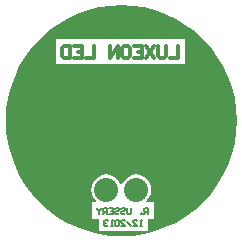
<source format=gbl>
%FSLAX25Y25*%
%MOIN*%
G70*
G01*
G75*
G04 Layer_Physical_Order=2*
G04 Layer_Color=16711680*
%ADD10R,0.04724X0.02638*%
%ADD11R,0.01969X0.01969*%
%ADD12C,0.02362*%
%ADD13C,0.02500*%
%ADD14C,0.00787*%
%ADD15C,0.08000*%
%ADD16C,0.18000*%
%ADD17C,0.01969*%
%ADD18C,0.02953*%
%ADD19C,0.00800*%
%ADD20C,0.01200*%
G36*
X31773Y38276D02*
X35510Y37721D01*
X39175Y36803D01*
X42732Y35531D01*
X46147Y33915D01*
X49387Y31973D01*
X52422Y29723D01*
X55221Y27186D01*
X57758Y24386D01*
X60009Y21352D01*
X61951Y18112D01*
X63566Y14696D01*
X64839Y11140D01*
X65757Y7475D01*
X66311Y3738D01*
X66496Y-35D01*
X66311Y-3809D01*
X65757Y-7546D01*
X64839Y-11210D01*
X63566Y-14767D01*
X61951Y-18182D01*
X60009Y-21423D01*
X57758Y-24457D01*
X55221Y-27257D01*
X52422Y-29794D01*
X49387Y-32044D01*
X46147Y-33986D01*
X42732Y-35601D01*
X39175Y-36874D01*
X35510Y-37792D01*
X31773Y-38346D01*
X28000Y-38532D01*
X24227Y-38346D01*
X20490Y-37792D01*
X16825Y-36874D01*
X13268Y-35601D01*
X9853Y-33986D01*
X6613Y-32044D01*
X3578Y-29794D01*
X779Y-27257D01*
X-1758Y-24457D01*
X-4009Y-21423D01*
X-5951Y-18182D01*
X-7566Y-14767D01*
X-8839Y-11210D01*
X-9757Y-7546D01*
X-10311Y-3809D01*
X-10496Y-35D01*
X-10311Y3738D01*
X-9757Y7475D01*
X-8839Y11140D01*
X-7566Y14696D01*
X-5951Y18112D01*
X-4009Y21352D01*
X-1758Y24386D01*
X779Y27186D01*
X3578Y29723D01*
X6613Y31973D01*
X9853Y33915D01*
X13268Y35531D01*
X16825Y36803D01*
X20490Y37721D01*
X24227Y38276D01*
X28000Y38461D01*
X31773Y38276D01*
D02*
G37*
%LPC*%
G36*
X33000Y-17957D02*
X31695Y-18129D01*
X30478Y-18632D01*
X29434Y-19434D01*
X28633Y-20478D01*
X28250Y-21402D01*
X27750D01*
X27367Y-20478D01*
X26566Y-19434D01*
X25522Y-18632D01*
X24305Y-18129D01*
X23000Y-17957D01*
X21695Y-18129D01*
X20478Y-18632D01*
X19434Y-19434D01*
X18632Y-20478D01*
X18129Y-21695D01*
X17957Y-23000D01*
X18129Y-24305D01*
X18632Y-25522D01*
X19434Y-26566D01*
X19644Y-26727D01*
X19483Y-27201D01*
X18205D01*
Y-32800D01*
X20537D01*
Y-36800D01*
X36800D01*
Y-32800D01*
X38800D01*
Y-27201D01*
X36517D01*
X36356Y-26727D01*
X36566Y-26566D01*
X37367Y-25522D01*
X37871Y-24305D01*
X38043Y-23000D01*
X37871Y-21695D01*
X37367Y-20478D01*
X36566Y-19434D01*
X35522Y-18632D01*
X34305Y-18129D01*
X33000Y-17957D01*
D02*
G37*
G36*
X49200Y27199D02*
X6146D01*
Y18800D01*
X49200D01*
Y27199D01*
D02*
G37*
%LPD*%
D15*
X33000Y-23000D02*
D03*
X23000D02*
D03*
D16*
X2000Y0D02*
D03*
X54000D02*
D03*
D17*
X28000Y-394D02*
D03*
Y4409D02*
D03*
D18*
X29693Y-3819D02*
D03*
X36071Y-4409D02*
D03*
X39693Y-6181D02*
D03*
Y-2638D02*
D03*
X40284Y4449D02*
D03*
X36071Y2677D02*
D03*
X39220Y905D02*
D03*
X36071Y-866D02*
D03*
X33118Y-3819D02*
D03*
X37685Y6654D02*
D03*
X38866Y10118D02*
D03*
X35244Y9409D02*
D03*
X33354Y12598D02*
D03*
X31543Y8465D02*
D03*
X29772Y11614D02*
D03*
X28000Y7480D02*
D03*
X22646Y12598D02*
D03*
X17134Y10118D02*
D03*
X20756Y9409D02*
D03*
X18315Y6654D02*
D03*
X26307Y-3819D02*
D03*
X22882D02*
D03*
X16307Y-6181D02*
D03*
X19929Y-4409D02*
D03*
X16307Y-2638D02*
D03*
X19929Y-866D02*
D03*
X16780Y905D02*
D03*
X19929Y2677D02*
D03*
X15717Y4449D02*
D03*
X24457Y8465D02*
D03*
X26228Y11614D02*
D03*
D19*
X35000Y-35000D02*
X34334D01*
X34667D01*
Y-33001D01*
X35000Y-33334D01*
X32001Y-35000D02*
X33334D01*
X32001Y-33667D01*
Y-33334D01*
X32334Y-33001D01*
X33001D01*
X33334Y-33334D01*
X31334Y-35000D02*
X30002Y-33667D01*
X28002Y-35000D02*
X29335D01*
X28002Y-33667D01*
Y-33334D01*
X28335Y-33001D01*
X29002D01*
X29335Y-33334D01*
X27336D02*
X27003Y-33001D01*
X26336D01*
X26003Y-33334D01*
Y-34667D01*
X26336Y-35000D01*
X27003D01*
X27336Y-34667D01*
Y-33334D01*
X25337Y-35000D02*
X24670D01*
X25003D01*
Y-33001D01*
X25337Y-33334D01*
X23670D02*
X23337Y-33001D01*
X22671D01*
X22337Y-33334D01*
Y-33667D01*
X22671Y-34000D01*
X23004D01*
X22671D01*
X22337Y-34334D01*
Y-34667D01*
X22671Y-35000D01*
X23337D01*
X23670Y-34667D01*
X37000Y-31000D02*
Y-29001D01*
X36000D01*
X35667Y-29334D01*
Y-30000D01*
X36000Y-30334D01*
X37000D01*
X36334D02*
X35667Y-31000D01*
X35001D02*
Y-30667D01*
X34667D01*
Y-31000D01*
X35001D01*
X31335Y-29001D02*
Y-30667D01*
X31002Y-31000D01*
X30336D01*
X30002Y-30667D01*
Y-29001D01*
X28003Y-29334D02*
X28336Y-29001D01*
X29003D01*
X29336Y-29334D01*
Y-29667D01*
X29003Y-30000D01*
X28336D01*
X28003Y-30334D01*
Y-30667D01*
X28336Y-31000D01*
X29003D01*
X29336Y-30667D01*
X26004Y-29334D02*
X26337Y-29001D01*
X27003D01*
X27336Y-29334D01*
Y-29667D01*
X27003Y-30000D01*
X26337D01*
X26004Y-30334D01*
Y-30667D01*
X26337Y-31000D01*
X27003D01*
X27336Y-30667D01*
X24004Y-29001D02*
X25337D01*
Y-31000D01*
X24004D01*
X25337Y-30000D02*
X24671D01*
X23338Y-31000D02*
Y-29001D01*
X22338D01*
X22005Y-29334D01*
Y-30000D01*
X22338Y-30334D01*
X23338D01*
X22671D02*
X22005Y-31000D01*
X21338Y-29001D02*
Y-29334D01*
X20672Y-30000D01*
X20006Y-29334D01*
Y-29001D01*
X20672Y-30000D02*
Y-31000D01*
D20*
X47000Y24999D02*
Y21000D01*
X44334D01*
X43001Y24999D02*
Y21666D01*
X42335Y21000D01*
X41002D01*
X40336Y21666D01*
Y24999D01*
X39003D02*
X36337Y21000D01*
Y24999D02*
X39003Y21000D01*
X32338Y24999D02*
X35004D01*
Y21000D01*
X32338D01*
X35004Y22999D02*
X33671D01*
X29006Y24999D02*
X30339D01*
X31005Y24332D01*
Y21666D01*
X30339Y21000D01*
X29006D01*
X28339Y21666D01*
Y24332D01*
X29006Y24999D01*
X27007Y21000D02*
Y24999D01*
X24341Y21000D01*
Y24999D01*
X19009D02*
Y21000D01*
X16343D01*
X12344Y24999D02*
X15010D01*
Y21000D01*
X12344D01*
X15010Y22999D02*
X13677D01*
X11012Y24999D02*
Y21000D01*
X9012D01*
X8346Y21666D01*
Y24332D01*
X9012Y24999D01*
X11012D01*
M02*

</source>
